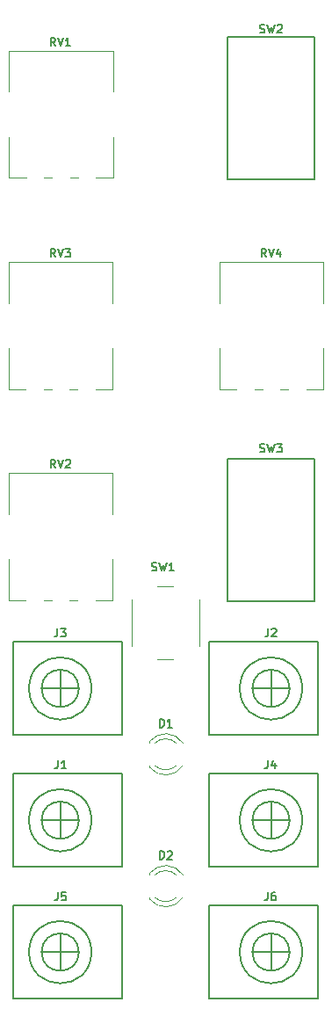
<source format=gbr>
G04 #@! TF.GenerationSoftware,KiCad,Pcbnew,5.0.2-bee76a0~70~ubuntu18.04.1*
G04 #@! TF.CreationDate,2018-12-31T18:36:31+08:00*
G04 #@! TF.ProjectId,LFO,4c464f2e-6b69-4636-9164-5f7063625858,rev?*
G04 #@! TF.SameCoordinates,PX8d9ee20PY6422c40*
G04 #@! TF.FileFunction,Legend,Top*
G04 #@! TF.FilePolarity,Positive*
%FSLAX46Y46*%
G04 Gerber Fmt 4.6, Leading zero omitted, Abs format (unit mm)*
G04 Created by KiCad (PCBNEW 5.0.2-bee76a0~70~ubuntu18.04.1) date Mon Dec 31 18:36:31 2018*
%MOMM*%
%LPD*%
G01*
G04 APERTURE LIST*
%ADD10C,0.120000*%
%ADD11C,0.150000*%
%ADD12C,0.200000*%
G04 APERTURE END LIST*
D10*
G04 #@! TO.C,SW1*
X3214000Y-11192000D02*
X3214000Y-6692000D01*
X-786000Y-12442000D02*
X714000Y-12442000D01*
X-3286000Y-6692000D02*
X-3286000Y-11192000D01*
X714000Y-5442000D02*
X-786000Y-5442000D01*
G04 #@! TO.C,D1*
X-1560000Y-22670000D02*
X-1560000Y-22826000D01*
X-1560000Y-20354000D02*
X-1560000Y-20510000D01*
X1041130Y-22669837D02*
G75*
G02X-1040961Y-22670000I-1041130J1079837D01*
G01*
X1041130Y-20510163D02*
G75*
G03X-1040961Y-20510000I-1041130J-1079837D01*
G01*
X1672335Y-22668608D02*
G75*
G02X-1560000Y-22825516I-1672335J1078608D01*
G01*
X1672335Y-20511392D02*
G75*
G03X-1560000Y-20354484I-1672335J-1078608D01*
G01*
G04 #@! TO.C,D2*
X1672335Y-33211392D02*
G75*
G03X-1560000Y-33054484I-1672335J-1078608D01*
G01*
X1672335Y-35368608D02*
G75*
G02X-1560000Y-35525516I-1672335J1078608D01*
G01*
X1041130Y-33210163D02*
G75*
G03X-1040961Y-33210000I-1041130J-1079837D01*
G01*
X1041130Y-35369837D02*
G75*
G02X-1040961Y-35370000I-1041130J1079837D01*
G01*
X-1560000Y-33054000D02*
X-1560000Y-33210000D01*
X-1560000Y-35370000D02*
X-1560000Y-35526000D01*
G04 #@! TO.C,RV1*
X-15101000Y33950000D02*
X-15101000Y37887000D01*
X-15101000Y42254000D02*
X-15101000Y46190000D01*
X-5060000Y33950000D02*
X-5060000Y37887000D01*
X-5060000Y42254000D02*
X-5060000Y46190000D01*
X-15101000Y33950000D02*
X-13451000Y33950000D01*
X-11709000Y33950000D02*
X-10950000Y33950000D01*
X-9209000Y33950000D02*
X-8450000Y33950000D01*
X-6710000Y33950000D02*
X-5060000Y33950000D01*
X-15101000Y46190000D02*
X-5060000Y46190000D01*
G04 #@! TO.C,RV2*
X-15141000Y5500000D02*
X-5100000Y5500000D01*
X-6750000Y-6740000D02*
X-5100000Y-6740000D01*
X-9249000Y-6740000D02*
X-8490000Y-6740000D01*
X-11749000Y-6740000D02*
X-10990000Y-6740000D01*
X-15141000Y-6740000D02*
X-13491000Y-6740000D01*
X-5100000Y1564000D02*
X-5100000Y5500000D01*
X-5100000Y-6740000D02*
X-5100000Y-2803000D01*
X-15141000Y1564000D02*
X-15141000Y5500000D01*
X-15141000Y-6740000D02*
X-15141000Y-2803000D01*
G04 #@! TO.C,RV3*
X-15141000Y13580000D02*
X-15141000Y17517000D01*
X-15141000Y21884000D02*
X-15141000Y25820000D01*
X-5100000Y13580000D02*
X-5100000Y17517000D01*
X-5100000Y21884000D02*
X-5100000Y25820000D01*
X-15141000Y13580000D02*
X-13491000Y13580000D01*
X-11749000Y13580000D02*
X-10990000Y13580000D01*
X-9249000Y13580000D02*
X-8490000Y13580000D01*
X-6750000Y13580000D02*
X-5100000Y13580000D01*
X-15141000Y25820000D02*
X-5100000Y25820000D01*
G04 #@! TO.C,RV4*
X5179000Y25820000D02*
X15220000Y25820000D01*
X13570000Y13580000D02*
X15220000Y13580000D01*
X11071000Y13580000D02*
X11830000Y13580000D01*
X8571000Y13580000D02*
X9330000Y13580000D01*
X5179000Y13580000D02*
X6829000Y13580000D01*
X15220000Y21884000D02*
X15220000Y25820000D01*
X15220000Y13580000D02*
X15220000Y17517000D01*
X5179000Y21884000D02*
X5179000Y25820000D01*
X5179000Y13580000D02*
X5179000Y17517000D01*
D11*
G04 #@! TO.C,J5*
X-8360000Y-40640000D02*
G75*
G03X-8360000Y-40640000I-1800000J0D01*
G01*
X-7153341Y-40640000D02*
G75*
G03X-7153341Y-40640000I-3006659J0D01*
G01*
X-4160000Y-36140000D02*
X-14660000Y-36140000D01*
X-4160000Y-45140000D02*
X-4160000Y-36140000D01*
X-14660000Y-45140000D02*
X-4160000Y-45140000D01*
X-14660000Y-36140000D02*
X-14660000Y-45140000D01*
X-8360000Y-40640000D02*
X-11960000Y-40640000D01*
X-10160000Y-42440000D02*
X-10160000Y-38840000D01*
G04 #@! TO.C,J4*
X10160000Y-26140000D02*
X10160000Y-29740000D01*
X8360000Y-27940000D02*
X11960000Y-27940000D01*
X14660000Y-32440000D02*
X14660000Y-23440000D01*
X14660000Y-23440000D02*
X4160000Y-23440000D01*
X4160000Y-23440000D02*
X4160000Y-32440000D01*
X4160000Y-32440000D02*
X14660000Y-32440000D01*
X13166659Y-27940000D02*
G75*
G03X13166659Y-27940000I-3006659J0D01*
G01*
X11960000Y-27940000D02*
G75*
G03X11960000Y-27940000I-1800000J0D01*
G01*
G04 #@! TO.C,J3*
X-8360000Y-15240000D02*
G75*
G03X-8360000Y-15240000I-1800000J0D01*
G01*
X-7153341Y-15240000D02*
G75*
G03X-7153341Y-15240000I-3006659J0D01*
G01*
X-4160000Y-10740000D02*
X-14660000Y-10740000D01*
X-4160000Y-19740000D02*
X-4160000Y-10740000D01*
X-14660000Y-19740000D02*
X-4160000Y-19740000D01*
X-14660000Y-10740000D02*
X-14660000Y-19740000D01*
X-8360000Y-15240000D02*
X-11960000Y-15240000D01*
X-10160000Y-17040000D02*
X-10160000Y-13440000D01*
G04 #@! TO.C,J2*
X10160000Y-13440000D02*
X10160000Y-17040000D01*
X8360000Y-15240000D02*
X11960000Y-15240000D01*
X14660000Y-19740000D02*
X14660000Y-10740000D01*
X14660000Y-10740000D02*
X4160000Y-10740000D01*
X4160000Y-10740000D02*
X4160000Y-19740000D01*
X4160000Y-19740000D02*
X14660000Y-19740000D01*
X13166659Y-15240000D02*
G75*
G03X13166659Y-15240000I-3006659J0D01*
G01*
X11960000Y-15240000D02*
G75*
G03X11960000Y-15240000I-1800000J0D01*
G01*
G04 #@! TO.C,J1*
X-8360000Y-27940000D02*
G75*
G03X-8360000Y-27940000I-1800000J0D01*
G01*
X-7153341Y-27940000D02*
G75*
G03X-7153341Y-27940000I-3006659J0D01*
G01*
X-4160000Y-23440000D02*
X-14660000Y-23440000D01*
X-4160000Y-32440000D02*
X-4160000Y-23440000D01*
X-14660000Y-32440000D02*
X-4160000Y-32440000D01*
X-14660000Y-23440000D02*
X-14660000Y-32440000D01*
X-8360000Y-27940000D02*
X-11960000Y-27940000D01*
X-10160000Y-29740000D02*
X-10160000Y-26140000D01*
G04 #@! TO.C,J6*
X10160000Y-38840000D02*
X10160000Y-42440000D01*
X8360000Y-40640000D02*
X11960000Y-40640000D01*
X14660000Y-45140000D02*
X14660000Y-36140000D01*
X14660000Y-36140000D02*
X4160000Y-36140000D01*
X4160000Y-36140000D02*
X4160000Y-45140000D01*
X4160000Y-45140000D02*
X14660000Y-45140000D01*
X13166659Y-40640000D02*
G75*
G03X13166659Y-40640000I-3006659J0D01*
G01*
X11960000Y-40640000D02*
G75*
G03X11960000Y-40640000I-1800000J0D01*
G01*
D12*
G04 #@! TO.C,SW3*
X14360000Y6850000D02*
X5960000Y6850000D01*
X14360000Y-6850000D02*
X14360000Y6850000D01*
X5960000Y6850000D02*
X5960000Y-6850000D01*
X5960000Y-6850000D02*
X14360000Y-6850000D01*
G04 #@! TO.C,SW2*
X5960000Y33790000D02*
X14360000Y33790000D01*
X5960000Y47490000D02*
X5960000Y33790000D01*
X14360000Y33790000D02*
X14360000Y47490000D01*
X14360000Y47490000D02*
X5960000Y47490000D01*
G04 #@! TO.C,SW1*
D11*
X-1320667Y-3879809D02*
X-1206381Y-3917904D01*
X-1015905Y-3917904D01*
X-939715Y-3879809D01*
X-901620Y-3841714D01*
X-863524Y-3765523D01*
X-863524Y-3689333D01*
X-901620Y-3613142D01*
X-939715Y-3575047D01*
X-1015905Y-3536952D01*
X-1168286Y-3498857D01*
X-1244477Y-3460761D01*
X-1282572Y-3422666D01*
X-1320667Y-3346476D01*
X-1320667Y-3270285D01*
X-1282572Y-3194095D01*
X-1244477Y-3156000D01*
X-1168286Y-3117904D01*
X-977810Y-3117904D01*
X-863524Y-3156000D01*
X-596858Y-3117904D02*
X-406381Y-3917904D01*
X-254000Y-3346476D01*
X-101620Y-3917904D01*
X88857Y-3117904D01*
X812666Y-3917904D02*
X355523Y-3917904D01*
X584095Y-3917904D02*
X584095Y-3117904D01*
X507904Y-3232190D01*
X431714Y-3308380D01*
X355523Y-3346476D01*
G04 #@! TO.C,D1*
X-590477Y-18991904D02*
X-590477Y-18191904D01*
X-400000Y-18191904D01*
X-285715Y-18230000D01*
X-209524Y-18306190D01*
X-171429Y-18382380D01*
X-133334Y-18534761D01*
X-133334Y-18649047D01*
X-171429Y-18801428D01*
X-209524Y-18877619D01*
X-285715Y-18953809D01*
X-400000Y-18991904D01*
X-590477Y-18991904D01*
X628571Y-18991904D02*
X171428Y-18991904D01*
X400000Y-18991904D02*
X400000Y-18191904D01*
X323809Y-18306190D01*
X247619Y-18382380D01*
X171428Y-18420476D01*
G04 #@! TO.C,D2*
X-590477Y-31691904D02*
X-590477Y-30891904D01*
X-400000Y-30891904D01*
X-285715Y-30930000D01*
X-209524Y-31006190D01*
X-171429Y-31082380D01*
X-133334Y-31234761D01*
X-133334Y-31349047D01*
X-171429Y-31501428D01*
X-209524Y-31577619D01*
X-285715Y-31653809D01*
X-400000Y-31691904D01*
X-590477Y-31691904D01*
X171428Y-30968095D02*
X209523Y-30930000D01*
X285714Y-30891904D01*
X476190Y-30891904D01*
X552380Y-30930000D01*
X590476Y-30968095D01*
X628571Y-31044285D01*
X628571Y-31120476D01*
X590476Y-31234761D01*
X133333Y-31691904D01*
X628571Y-31691904D01*
G04 #@! TO.C,RV1*
X-10636191Y46628096D02*
X-10902858Y47009048D01*
X-11093334Y46628096D02*
X-11093334Y47428096D01*
X-10788572Y47428096D01*
X-10712381Y47390000D01*
X-10674286Y47351905D01*
X-10636191Y47275715D01*
X-10636191Y47161429D01*
X-10674286Y47085239D01*
X-10712381Y47047143D01*
X-10788572Y47009048D01*
X-11093334Y47009048D01*
X-10407620Y47428096D02*
X-10140953Y46628096D01*
X-9874286Y47428096D01*
X-9188572Y46628096D02*
X-9645715Y46628096D01*
X-9417143Y46628096D02*
X-9417143Y47428096D01*
X-9493334Y47313810D01*
X-9569524Y47237620D01*
X-9645715Y47199524D01*
G04 #@! TO.C,RV2*
X-10636191Y5988096D02*
X-10902858Y6369048D01*
X-11093334Y5988096D02*
X-11093334Y6788096D01*
X-10788572Y6788096D01*
X-10712381Y6750000D01*
X-10674286Y6711905D01*
X-10636191Y6635715D01*
X-10636191Y6521429D01*
X-10674286Y6445239D01*
X-10712381Y6407143D01*
X-10788572Y6369048D01*
X-11093334Y6369048D01*
X-10407620Y6788096D02*
X-10140953Y5988096D01*
X-9874286Y6788096D01*
X-9645715Y6711905D02*
X-9607620Y6750000D01*
X-9531429Y6788096D01*
X-9340953Y6788096D01*
X-9264762Y6750000D01*
X-9226667Y6711905D01*
X-9188572Y6635715D01*
X-9188572Y6559524D01*
X-9226667Y6445239D01*
X-9683810Y5988096D01*
X-9188572Y5988096D01*
G04 #@! TO.C,RV3*
X-10636191Y26308096D02*
X-10902858Y26689048D01*
X-11093334Y26308096D02*
X-11093334Y27108096D01*
X-10788572Y27108096D01*
X-10712381Y27070000D01*
X-10674286Y27031905D01*
X-10636191Y26955715D01*
X-10636191Y26841429D01*
X-10674286Y26765239D01*
X-10712381Y26727143D01*
X-10788572Y26689048D01*
X-11093334Y26689048D01*
X-10407620Y27108096D02*
X-10140953Y26308096D01*
X-9874286Y27108096D01*
X-9683810Y27108096D02*
X-9188572Y27108096D01*
X-9455239Y26803334D01*
X-9340953Y26803334D01*
X-9264762Y26765239D01*
X-9226667Y26727143D01*
X-9188572Y26650953D01*
X-9188572Y26460477D01*
X-9226667Y26384286D01*
X-9264762Y26346191D01*
X-9340953Y26308096D01*
X-9569524Y26308096D01*
X-9645715Y26346191D01*
X-9683810Y26384286D01*
G04 #@! TO.C,RV4*
X9683809Y26308096D02*
X9417142Y26689048D01*
X9226666Y26308096D02*
X9226666Y27108096D01*
X9531428Y27108096D01*
X9607619Y27070000D01*
X9645714Y27031905D01*
X9683809Y26955715D01*
X9683809Y26841429D01*
X9645714Y26765239D01*
X9607619Y26727143D01*
X9531428Y26689048D01*
X9226666Y26689048D01*
X9912380Y27108096D02*
X10179047Y26308096D01*
X10445714Y27108096D01*
X11055238Y26841429D02*
X11055238Y26308096D01*
X10864761Y27146191D02*
X10674285Y26574762D01*
X11169523Y26574762D01*
G04 #@! TO.C,J5*
X-10384667Y-34867904D02*
X-10384667Y-35439333D01*
X-10422762Y-35553619D01*
X-10498953Y-35629809D01*
X-10613239Y-35667904D01*
X-10689429Y-35667904D01*
X-9622762Y-34867904D02*
X-10003715Y-34867904D01*
X-10041810Y-35248857D01*
X-10003715Y-35210761D01*
X-9927524Y-35172666D01*
X-9737048Y-35172666D01*
X-9660858Y-35210761D01*
X-9622762Y-35248857D01*
X-9584667Y-35325047D01*
X-9584667Y-35515523D01*
X-9622762Y-35591714D01*
X-9660858Y-35629809D01*
X-9737048Y-35667904D01*
X-9927524Y-35667904D01*
X-10003715Y-35629809D01*
X-10041810Y-35591714D01*
G04 #@! TO.C,J4*
X9851333Y-22167904D02*
X9851333Y-22739333D01*
X9813238Y-22853619D01*
X9737047Y-22929809D01*
X9622761Y-22967904D01*
X9546571Y-22967904D01*
X10575142Y-22434571D02*
X10575142Y-22967904D01*
X10384666Y-22129809D02*
X10194190Y-22701238D01*
X10689428Y-22701238D01*
G04 #@! TO.C,J3*
X-10426667Y-9467904D02*
X-10426667Y-10039333D01*
X-10464762Y-10153619D01*
X-10540953Y-10229809D01*
X-10655239Y-10267904D01*
X-10731429Y-10267904D01*
X-10121905Y-9467904D02*
X-9626667Y-9467904D01*
X-9893334Y-9772666D01*
X-9779048Y-9772666D01*
X-9702858Y-9810761D01*
X-9664762Y-9848857D01*
X-9626667Y-9925047D01*
X-9626667Y-10115523D01*
X-9664762Y-10191714D01*
X-9702858Y-10229809D01*
X-9779048Y-10267904D01*
X-10007620Y-10267904D01*
X-10083810Y-10229809D01*
X-10121905Y-10191714D01*
G04 #@! TO.C,J2*
X9893333Y-9467904D02*
X9893333Y-10039333D01*
X9855238Y-10153619D01*
X9779047Y-10229809D01*
X9664761Y-10267904D01*
X9588571Y-10267904D01*
X10236190Y-9544095D02*
X10274285Y-9506000D01*
X10350476Y-9467904D01*
X10540952Y-9467904D01*
X10617142Y-9506000D01*
X10655238Y-9544095D01*
X10693333Y-9620285D01*
X10693333Y-9696476D01*
X10655238Y-9810761D01*
X10198095Y-10267904D01*
X10693333Y-10267904D01*
G04 #@! TO.C,J1*
X-10384667Y-22167904D02*
X-10384667Y-22739333D01*
X-10422762Y-22853619D01*
X-10498953Y-22929809D01*
X-10613239Y-22967904D01*
X-10689429Y-22967904D01*
X-9584667Y-22967904D02*
X-10041810Y-22967904D01*
X-9813239Y-22967904D02*
X-9813239Y-22167904D01*
X-9889429Y-22282190D01*
X-9965620Y-22358380D01*
X-10041810Y-22396476D01*
G04 #@! TO.C,J6*
X9851333Y-34867904D02*
X9851333Y-35439333D01*
X9813238Y-35553619D01*
X9737047Y-35629809D01*
X9622761Y-35667904D01*
X9546571Y-35667904D01*
X10575142Y-34867904D02*
X10422761Y-34867904D01*
X10346571Y-34906000D01*
X10308476Y-34944095D01*
X10232285Y-35058380D01*
X10194190Y-35210761D01*
X10194190Y-35515523D01*
X10232285Y-35591714D01*
X10270380Y-35629809D01*
X10346571Y-35667904D01*
X10498952Y-35667904D01*
X10575142Y-35629809D01*
X10613238Y-35591714D01*
X10651333Y-35515523D01*
X10651333Y-35325047D01*
X10613238Y-35248857D01*
X10575142Y-35210761D01*
X10498952Y-35172666D01*
X10346571Y-35172666D01*
X10270380Y-35210761D01*
X10232285Y-35248857D01*
X10194190Y-35325047D01*
G04 #@! TO.C,SW3*
X9093333Y7550191D02*
X9207619Y7512096D01*
X9398095Y7512096D01*
X9474285Y7550191D01*
X9512380Y7588286D01*
X9550476Y7664477D01*
X9550476Y7740667D01*
X9512380Y7816858D01*
X9474285Y7854953D01*
X9398095Y7893048D01*
X9245714Y7931143D01*
X9169523Y7969239D01*
X9131428Y8007334D01*
X9093333Y8083524D01*
X9093333Y8159715D01*
X9131428Y8235905D01*
X9169523Y8274000D01*
X9245714Y8312096D01*
X9436190Y8312096D01*
X9550476Y8274000D01*
X9817142Y8312096D02*
X10007619Y7512096D01*
X10160000Y8083524D01*
X10312380Y7512096D01*
X10502857Y8312096D01*
X10731428Y8312096D02*
X11226666Y8312096D01*
X10960000Y8007334D01*
X11074285Y8007334D01*
X11150476Y7969239D01*
X11188571Y7931143D01*
X11226666Y7854953D01*
X11226666Y7664477D01*
X11188571Y7588286D01*
X11150476Y7550191D01*
X11074285Y7512096D01*
X10845714Y7512096D01*
X10769523Y7550191D01*
X10731428Y7588286D01*
G04 #@! TO.C,SW2*
X9093333Y47936191D02*
X9207619Y47898096D01*
X9398095Y47898096D01*
X9474285Y47936191D01*
X9512380Y47974286D01*
X9550476Y48050477D01*
X9550476Y48126667D01*
X9512380Y48202858D01*
X9474285Y48240953D01*
X9398095Y48279048D01*
X9245714Y48317143D01*
X9169523Y48355239D01*
X9131428Y48393334D01*
X9093333Y48469524D01*
X9093333Y48545715D01*
X9131428Y48621905D01*
X9169523Y48660000D01*
X9245714Y48698096D01*
X9436190Y48698096D01*
X9550476Y48660000D01*
X9817142Y48698096D02*
X10007619Y47898096D01*
X10160000Y48469524D01*
X10312380Y47898096D01*
X10502857Y48698096D01*
X10769523Y48621905D02*
X10807619Y48660000D01*
X10883809Y48698096D01*
X11074285Y48698096D01*
X11150476Y48660000D01*
X11188571Y48621905D01*
X11226666Y48545715D01*
X11226666Y48469524D01*
X11188571Y48355239D01*
X10731428Y47898096D01*
X11226666Y47898096D01*
G04 #@! TD*
M02*

</source>
